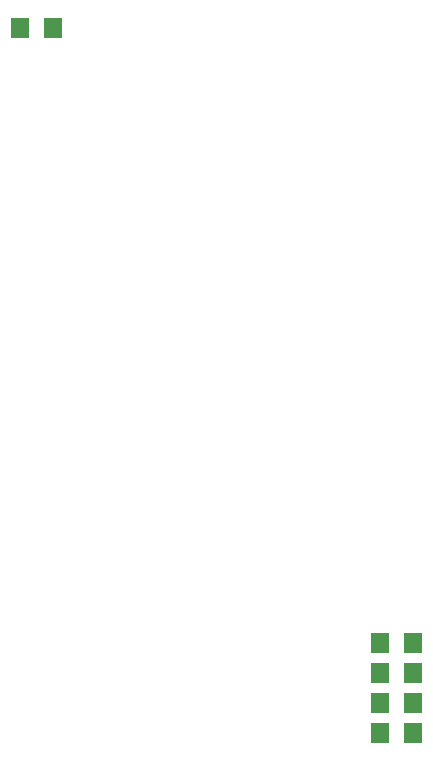
<source format=gtp>
G75*
G70*
%OFA0B0*%
%FSLAX24Y24*%
%IPPOS*%
%LPD*%
%AMOC8*
5,1,8,0,0,1.08239X$1,22.5*
%
%ADD10R,0.0630X0.0710*%
D10*
X023041Y025101D03*
X024161Y025101D03*
X035041Y004601D03*
X036161Y004601D03*
X036161Y003601D03*
X036161Y002601D03*
X035041Y002601D03*
X035041Y003601D03*
X035041Y001601D03*
X036161Y001601D03*
M02*

</source>
